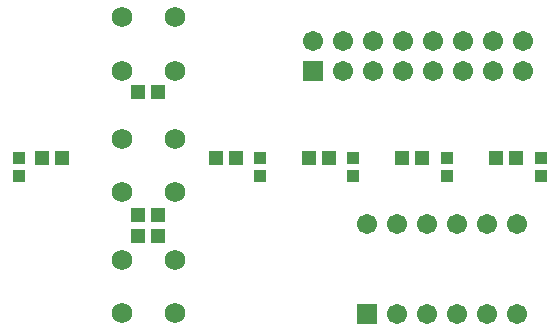
<source format=gts>
G04*
G04 #@! TF.GenerationSoftware,Altium Limited,Altium Designer,24.5.2 (23)*
G04*
G04 Layer_Color=8388736*
%FSLAX25Y25*%
%MOIN*%
G70*
G04*
G04 #@! TF.SameCoordinates,EC466EA2-F337-402A-A5E8-60117474A60A*
G04*
G04*
G04 #@! TF.FilePolarity,Negative*
G04*
G01*
G75*
%ADD15R,0.05131X0.04737*%
%ADD16R,0.03950X0.03950*%
%ADD17C,0.06800*%
%ADD18R,0.06706X0.06706*%
%ADD19C,0.06706*%
%ADD20R,0.06706X0.06706*%
%ADD21C,0.06706*%
D15*
X89346Y60000D02*
D03*
X82653D02*
D03*
X56653Y82000D02*
D03*
X63346D02*
D03*
X56653Y41000D02*
D03*
X63346D02*
D03*
X56653Y34000D02*
D03*
X63346D02*
D03*
X120346Y60000D02*
D03*
X113654D02*
D03*
X151347D02*
D03*
X144653D02*
D03*
X182693D02*
D03*
X176000D02*
D03*
X24654D02*
D03*
X31346D02*
D03*
D16*
X159570Y54047D02*
D03*
Y59953D02*
D03*
X190749Y54047D02*
D03*
Y59953D02*
D03*
X97213Y54047D02*
D03*
Y59953D02*
D03*
X128391Y54047D02*
D03*
Y59953D02*
D03*
X17000Y54047D02*
D03*
Y59953D02*
D03*
D17*
X51142Y106858D02*
D03*
X68858D02*
D03*
X51142Y89142D02*
D03*
X68858D02*
D03*
X51142Y66429D02*
D03*
X68858D02*
D03*
X51142Y48713D02*
D03*
X68858D02*
D03*
X51142Y26000D02*
D03*
X68858D02*
D03*
X51142Y8283D02*
D03*
X68858D02*
D03*
D18*
X115000Y89000D02*
D03*
D19*
Y99000D02*
D03*
X125000Y89000D02*
D03*
Y99000D02*
D03*
X135000Y89000D02*
D03*
Y99000D02*
D03*
X145000Y89000D02*
D03*
Y99000D02*
D03*
X155000Y89000D02*
D03*
Y99000D02*
D03*
X165000Y89000D02*
D03*
Y99000D02*
D03*
X175000Y89000D02*
D03*
Y99000D02*
D03*
X185000Y89000D02*
D03*
Y99000D02*
D03*
X183000Y8000D02*
D03*
X133000Y38000D02*
D03*
X143000D02*
D03*
X153000D02*
D03*
X163000D02*
D03*
X173000D02*
D03*
X183000D02*
D03*
D20*
X133000Y8000D02*
D03*
D21*
X143000D02*
D03*
X153000D02*
D03*
X163000D02*
D03*
X173000D02*
D03*
M02*

</source>
